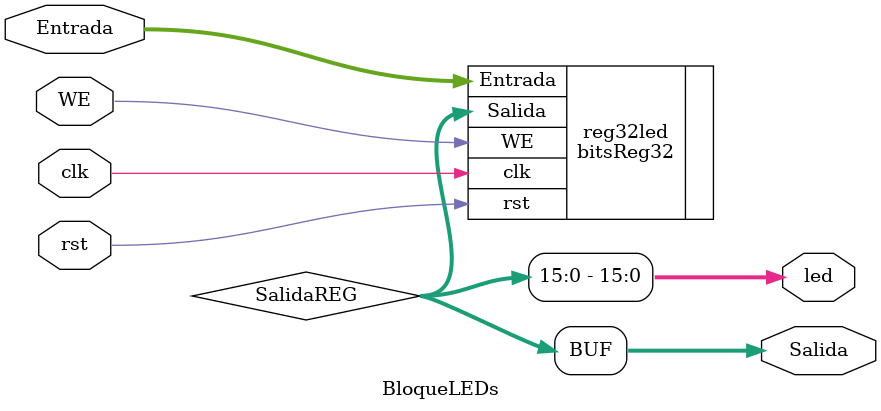
<source format=v>
module BloqueLEDs #(parameter ANCHO=32,dirinterno='h310)(
 input [ANCHO-1:0] Entrada, 
 input WE,rst,clk,
 output reg [ANCHO-1:0]  Salida,
 output reg [15:0] led
 
);
//reg WE_interno;
wire [31:0]SalidaREG;
always @(*) begin
Salida=SalidaREG;
led=SalidaREG[15:0];
end

bitsReg32 #(.ANCHO(ANCHO))reg32led(.Entrada(Entrada), .WE(WE),.rst(rst),.clk(clk),.Salida(SalidaREG));
/*
always @(*) begin
if (WE_interno&&Dir==dirinterno)WE_interno=1;
else WE_interno=0;
led=Salida[15:0];
end
*/
endmodule
</source>
